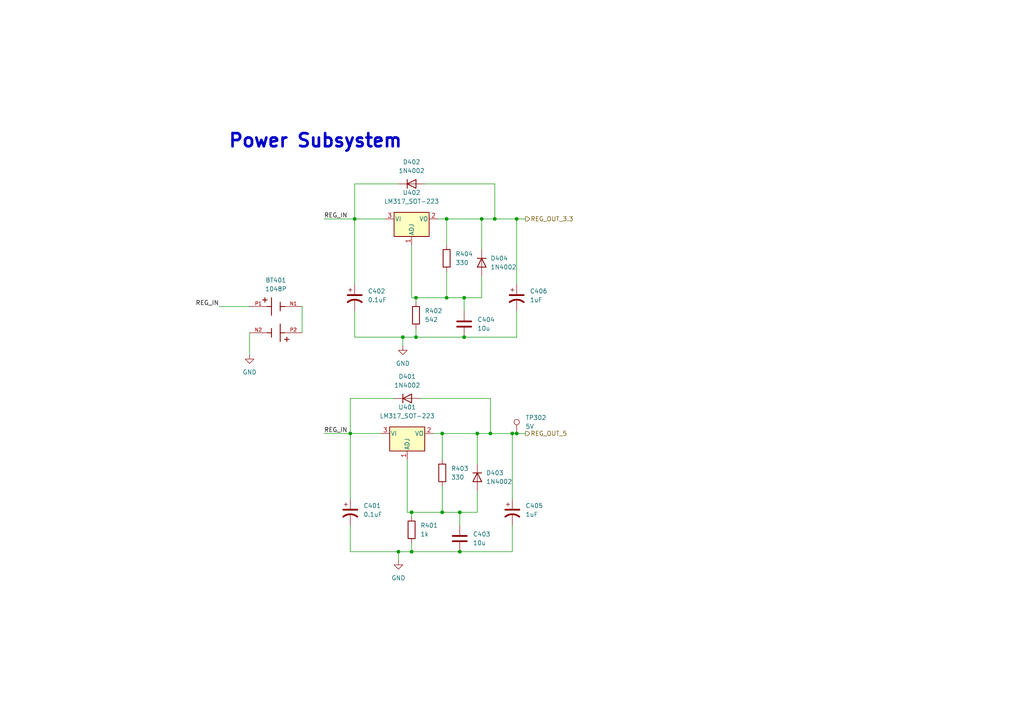
<source format=kicad_sch>
(kicad_sch (version 20250114) (generator "eeschema") (generator_version "9.0")
  (paper "A4")
  (lib_symbols
    (symbol "1048P:1048P" (pin_names (offset 1.016))
      (property "Reference" "BT" (at -3.81 6.35 0))
      (property "Value" "1048P" (at -3.81 -10.16 0))
      (symbol "1048P_0_0"
        (polyline (pts (xy -3.81 4.445) (xy -2.54 4.445)) (stroke (width 0.254)))
        (polyline (pts (xy -3.175 5.08) (xy -3.175 3.81)) (stroke (width 0.254)))
        (polyline (pts (xy -1.27 5.08) (xy -1.27 2.54)) (stroke (width 0.254)))
        (polyline (pts (xy -1.27 2.54) (xy -2.54 2.54)) (stroke (width 0.254)))
        (polyline (pts (xy -1.27 2.54) (xy -1.27 0)) (stroke (width 0.254)))
        (polyline (pts (xy -1.27 -5.08) (xy -2.54 -5.08)) (stroke (width 0.254)))
        (polyline (pts (xy -1.27 -5.08) (xy -1.27 -3.81)) (stroke (width 0.254)))
        (polyline (pts (xy -1.27 -6.35) (xy -1.27 -5.08)) (stroke (width 0.254)))
        (polyline (pts (xy 1.27 3.81) (xy 1.27 2.54)) (stroke (width 0.254)))
        (polyline (pts (xy 1.27 2.54) (xy 1.27 1.27)) (stroke (width 0.254)))
        (polyline (pts (xy 1.27 2.54) (xy 2.54 2.54)) (stroke (width 0.254)))
        (polyline (pts (xy 1.27 -5.08) (xy 1.27 -2.54)) (stroke (width 0.254)))
        (polyline (pts (xy 1.27 -5.08) (xy 2.54 -5.08)) (stroke (width 0.254)))
        (polyline (pts (xy 1.27 -7.62) (xy 1.27 -5.08)) (stroke (width 0.254)))
        (polyline (pts (xy 3.175 -7.62) (xy 3.175 -6.35)) (stroke (width 0.254)))
        (polyline (pts (xy 3.81 -6.985) (xy 2.54 -6.985)) (stroke (width 0.254)))
        (pin passive line (at -7.62 2.54 0) (length 5.08) (name "~") (number "P1"))
        (pin passive line (at -7.62 -5.08 0) (length 5.08) (name "~") (number "N2"))
        (pin passive line (at 7.62 2.54 180) (length 5.08) (name "~") (number "N1"))
        (pin passive line (at 7.62 -5.08 180) (length 5.08) (name "~") (number "P2"))
      )
    )
    (symbol "Connector:TestPoint" (pin_numbers (hide yes)) (pin_names (offset 0.762) (hide yes))
      (property "Reference" "TP" (at 0 6.858 0))
      (property "Value" "TestPoint" (at 0 5.08 0))
      (symbol "TestPoint_0_1"
        (circle (center 0 3.302) (radius 0.762))
      )
      (symbol "TestPoint_1_1"
        (pin passive line (at 0 0 90) (length 2.54) (name "1") (number "1"))
      )
    )
    (symbol "Device:C_Polarized_US" (pin_numbers (hide yes)) (pin_names (offset 0.254) (hide yes))
      (property "Reference" "C" (at 0.635 2.54 0))
      (property "Value" "C_Polarized_US" (at 0.635 -2.54 0))
      (symbol "C_Polarized_US_0_1"
        (polyline (pts (xy -2.032 0.762) (xy 2.032 0.762)) (stroke (width 0.508)))
        (polyline (pts (xy -1.778 2.286) (xy -0.762 2.286)))
        (polyline (pts (xy -1.27 1.778) (xy -1.27 2.794)))
        (arc (start -2.032 -1.27) (mid 0 -0.5572) (end 2.032 -1.27) (stroke (width 0.508)))
      )
      (symbol "C_Polarized_US_1_1"
        (pin passive line (at 0 3.81 270) (length 2.794) (name "~") (number "1"))
        (pin passive line (at 0 -3.81 90) (length 3.302) (name "~") (number "2"))
      )
    )
    (symbol "Device:R" (pin_numbers (hide yes)) (pin_names (offset 0))
      (property "Reference" "R" (at 2.032 0 90))
      (property "Value" "R" (at 0 0 90))
      (symbol "R_0_1"
        (rectangle (start -1.016 -2.54) (end 1.016 2.54) (stroke (width 0.254)))
      )
      (symbol "R_1_1"
        (pin passive line (at 0 3.81 270) (length 1.27) (name "~") (number "1"))
        (pin passive line (at 0 -3.81 90) (length 1.27) (name "~") (number "2"))
      )
    )
    (symbol "Diode:1N4002" (pin_numbers (hide yes)) (pin_names (offset 1.016) (hide yes))
      (property "Reference" "D" (at 0 2.54 0))
      (property "Value" "1N4002" (at 0 -2.54 0))
      (symbol "1N4002_0_1"
        (polyline (pts (xy -1.27 1.27) (xy -1.27 -1.27)) (stroke (width 0.254)))
        (polyline (pts (xy 1.27 1.27) (xy 1.27 -1.27) (xy -1.27 0) (xy 1.27 1.27)) (stroke (width 0.254)))
        (polyline (pts (xy 1.27 0) (xy -1.27 0)))
      )
      (symbol "1N4002_1_1"
        (pin passive line (at -3.81 0 0) (length 2.54) (name "K") (number "1"))
        (pin passive line (at 3.81 0 180) (length 2.54) (name "A") (number "2"))
      )
    )
    (symbol "Regulator_Linear:LM317_SOT-223" (pin_names (offset 0.254))
      (property "Reference" "U" (at -3.81 3.175 0))
      (property "Value" "LM317_SOT-223" (at 0 3.175 0))
      (symbol "LM317_SOT-223_0_1"
        (rectangle (start -5.08 1.905) (end 5.08 -5.08) (stroke (width 0.254)) (fill (type background)))
      )
      (symbol "LM317_SOT-223_1_1"
        (pin power_in line (at -7.62 0 0) (length 2.54) (name "VI") (number "3"))
        (pin input line (at 0 -7.62 90) (length 2.54) (name "ADJ") (number "1"))
        (pin power_out line (at 7.62 0 180) (length 2.54) (name "VO") (number "2"))
      )
    )
    (symbol "basic:C" (pin_numbers (hide yes)) (pin_names (offset 0.254))
      (property "Reference" "C" (at 0.635 2.54 0))
      (symbol "C_0_1"
        (polyline (pts (xy -2.032 0.762) (xy 2.032 0.762)) (stroke (width 0.508)))
        (polyline (pts (xy -2.032 -0.762) (xy 2.032 -0.762)) (stroke (width 0.508)))
      )
      (symbol "C_1_1"
        (pin passive line (at 0 3.81 270) (length 2.794) (name "~") (number "1"))
        (pin passive line (at 0 -3.81 90) (length 2.794) (name "~") (number "2"))
      )
    )
    (symbol "power:GND" (power) (pin_names (offset 0))
      (property "Value" "GND" (at 0 -3.81 0))
      (symbol "GND_0_1"
        (polyline (pts (xy 0 0) (xy 0 -1.27) (xy 1.27 -1.27) (xy 0 -2.54) (xy -1.27 -1.27) (xy 0 -1.27)))
      )
      (symbol "GND_1_1"
        (pin power_in line (at 0 0 270) (length 0) (hide yes) (name "GND") (number "1"))
      )
    )
  )
  (text "Power Subsystem\n" (at 66.04 43.18 0) (effects (font (size 3.81 3.81) (thickness 0.762) (bold yes)) (justify left bottom)))
  (junction (at 129.54 63.5))
  (junction (at 139.7 63.5))
  (junction (at 133.35 148.59))
  (junction (at 119.38 148.59))
  (junction (at 133.35 160.02))
  (junction (at 115.57 160.02))
  (junction (at 129.54 86.36))
  (junction (at 149.86 63.5))
  (junction (at 102.87 63.5))
  (junction (at 148.59 125.73))
  (junction (at 101.6 125.73))
  (junction (at 128.27 125.73))
  (junction (at 143.51 63.5))
  (junction (at 128.27 148.59))
  (junction (at 116.84 97.79))
  (junction (at 134.62 86.36))
  (junction (at 120.65 86.36))
  (junction (at 134.62 97.79))
  (junction (at 138.43 125.73))
  (junction (at 149.86 125.73))
  (junction (at 142.24 125.73))
  (junction (at 120.65 97.79))
  (junction (at 119.38 160.02))
  (wire (pts (xy 149.86 125.73) (xy 152.4 125.73)))
  (wire (pts (xy 102.87 90.17) (xy 102.87 97.79)))
  (wire (pts (xy 138.43 125.73) (xy 142.24 125.73)))
  (wire (pts (xy 143.51 53.34) (xy 143.51 63.5)))
  (wire (pts (xy 101.6 125.73) (xy 101.6 144.78)))
  (wire (pts (xy 119.38 148.59) (xy 119.38 149.86)))
  (wire (pts (xy 138.43 125.73) (xy 138.43 134.62)))
  (wire (pts (xy 148.59 125.73) (xy 149.86 125.73)))
  (wire (pts (xy 149.86 63.5) (xy 149.86 82.55)))
  (wire (pts (xy 133.35 148.59) (xy 133.35 152.4)))
  (wire (pts (xy 129.54 63.5) (xy 139.7 63.5)))
  (wire (pts (xy 119.38 148.59) (xy 128.27 148.59)))
  (wire (pts (xy 120.65 95.25) (xy 120.65 97.79)))
  (wire (pts (xy 72.39 96.52) (xy 72.39 102.87)))
  (wire (pts (xy 116.84 97.79) (xy 116.84 100.33)))
  (wire (pts (xy 139.7 63.5) (xy 143.51 63.5)))
  (wire (pts (xy 101.6 115.57) (xy 101.6 125.73)))
  (wire (pts (xy 115.57 53.34) (xy 102.87 53.34)))
  (wire (pts (xy 118.11 148.59) (xy 119.38 148.59)))
  (wire (pts (xy 149.86 90.17) (xy 149.86 97.79)))
  (wire (pts (xy 134.62 86.36) (xy 134.62 90.17)))
  (wire (pts (xy 101.6 152.4) (xy 101.6 160.02)))
  (wire (pts (xy 148.59 125.73) (xy 148.59 144.78)))
  (wire (pts (xy 149.86 63.5) (xy 152.4 63.5)))
  (wire (pts (xy 121.92 115.57) (xy 142.24 115.57)))
  (wire (pts (xy 127 63.5) (xy 129.54 63.5)))
  (wire (pts (xy 120.65 97.79) (xy 134.62 97.79)))
  (wire (pts (xy 115.57 160.02) (xy 119.38 160.02)))
  (wire (pts (xy 142.24 125.73) (xy 148.59 125.73)))
  (wire (pts (xy 120.65 86.36) (xy 129.54 86.36)))
  (wire (pts (xy 63.5 88.9) (xy 72.39 88.9)))
  (wire (pts (xy 93.98 125.73) (xy 101.6 125.73)))
  (wire (pts (xy 101.6 160.02) (xy 115.57 160.02)))
  (wire (pts (xy 128.27 148.59) (xy 133.35 148.59)))
  (wire (pts (xy 87.63 88.9) (xy 87.63 96.52)))
  (wire (pts (xy 114.3 115.57) (xy 101.6 115.57)))
  (wire (pts (xy 116.84 97.79) (xy 120.65 97.79)))
  (wire (pts (xy 102.87 53.34) (xy 102.87 63.5)))
  (wire (pts (xy 129.54 63.5) (xy 129.54 71.12)))
  (wire (pts (xy 120.65 86.36) (xy 120.65 87.63)))
  (wire (pts (xy 128.27 125.73) (xy 138.43 125.73)))
  (wire (pts (xy 134.62 97.79) (xy 149.86 97.79)))
  (wire (pts (xy 128.27 140.97) (xy 128.27 148.59)))
  (wire (pts (xy 139.7 63.5) (xy 139.7 72.39)))
  (wire (pts (xy 142.24 115.57) (xy 142.24 125.73)))
  (wire (pts (xy 101.6 125.73) (xy 110.49 125.73)))
  (wire (pts (xy 102.87 97.79) (xy 116.84 97.79)))
  (wire (pts (xy 119.38 71.12) (xy 119.38 86.36)))
  (wire (pts (xy 102.87 63.5) (xy 111.76 63.5)))
  (wire (pts (xy 143.51 63.5) (xy 149.86 63.5)))
  (wire (pts (xy 128.27 125.73) (xy 128.27 133.35)))
  (wire (pts (xy 129.54 86.36) (xy 134.62 86.36)))
  (wire (pts (xy 125.73 125.73) (xy 128.27 125.73)))
  (wire (pts (xy 115.57 160.02) (xy 115.57 162.56)))
  (wire (pts (xy 119.38 86.36) (xy 120.65 86.36)))
  (wire (pts (xy 129.54 78.74) (xy 129.54 86.36)))
  (wire (pts (xy 148.59 152.4) (xy 148.59 160.02)))
  (wire (pts (xy 93.98 63.5) (xy 102.87 63.5)))
  (wire (pts (xy 123.19 53.34) (xy 143.51 53.34)))
  (wire (pts (xy 118.11 133.35) (xy 118.11 148.59)))
  (wire (pts (xy 138.43 142.24) (xy 138.43 148.59)))
  (wire (pts (xy 119.38 160.02) (xy 133.35 160.02)))
  (wire (pts (xy 119.38 157.48) (xy 119.38 160.02)))
  (wire (pts (xy 102.87 63.5) (xy 102.87 82.55)))
  (wire (pts (xy 139.7 86.36) (xy 134.62 86.36)))
  (wire (pts (xy 139.7 80.01) (xy 139.7 86.36)))
  (wire (pts (xy 138.43 148.59) (xy 133.35 148.59)))
  (wire (pts (xy 133.35 160.02) (xy 148.59 160.02)))
  (label "REG_IN" (at 63.5 88.9 180))
  (label "REG_IN" (at 93.98 63.5 0))
  (label "REG_IN" (at 93.98 125.73 0))
  (hierarchical_label "REG_OUT_5" (shape output) (at 152.4 125.73 0))
  (hierarchical_label "REG_OUT_3.3" (shape output) (at 152.4 63.5 0))
  (symbol (lib_id "Device:R") (at 119.38 153.67 0) (unit 1)
    (property "Reference" "R401" (at 121.92 152.3999 0) (effects (justify left)))
    (property "Value" "1k" (at 121.92 154.9399 0) (effects (justify left)))
    (property "Footprint" "Resistor_SMD:R_0805_2012Metric_Pad1.20x1.40mm_HandSolder" (effects (hide yes)))
  )
  (symbol (lib_id "1048P:1048P") (at 80.01 91.44 0) (unit 1)
    (property "Reference" "BT401" (at 80.01 81.28 0))
    (property "Value" "1048P" (at 80.01 83.82 0))
    (property "Footprint" "1048P(16850 Dual Bat Holder:BAT_1048P" (effects (hide yes)))
    (property "PARTREV" "A" (effects (hide yes)))
    (property "SNAPEDA_PN" "1048P" (effects (hide yes)))
    (property "MANUFACTURER" "Keystone" (effects (hide yes)))
    (property "MAXIMUM_PACKAGE_HEIGHT" "14.85mm" (effects (hide yes)))
    (property "STANDARD" "Manufacturer Recommendations" (effects (hide yes)))
  )
  (symbol (lib_id "Diode:1N4002") (at 119.38 53.34 0) (unit 1)
    (property "Reference" "D402" (at 119.38 46.99 0))
    (property "Value" "1N4002" (at 119.38 49.53 0))
    (property "Footprint" "Diode_THT:D_DO-41_SOD81_P10.16mm_Horizontal" (effects (hide yes)))
    (property "Datasheet" "http://www.vishay.com/docs/88503/1n4001.pdf" (effects (hide yes)))
  )
  (symbol (lib_id "Device:C_Polarized_US") (at 149.86 86.36 0) (unit 1)
    (property "Reference" "C406" (at 153.67 84.4549 0) (effects (justify left)))
    (property "Value" "1uF" (at 153.67 86.9949 0) (effects (justify left)))
    (property "Footprint" "Capacitor_SMD:C_0603_1608Metric_Pad1.08x0.95mm_HandSolder" (effects (hide yes)))
  )
  (symbol (lib_id "Device:C_Polarized_US") (at 101.6 148.59 0) (unit 1)
    (property "Reference" "C401" (at 105.41 146.6849 0) (effects (justify left)))
    (property "Value" "0.1uF" (at 105.41 149.2249 0) (effects (justify left)))
    (property "Footprint" "Capacitor_SMD:C_0603_1608Metric_Pad1.08x0.95mm_HandSolder" (effects (hide yes)))
  )
  (symbol (lib_id "Regulator_Linear:LM317_SOT-223") (at 118.11 125.73 0) (unit 1)
    (property "Reference" "U401" (at 118.11 118.11 0))
    (property "Value" "LM317_SOT-223" (at 118.11 120.65 0))
    (property "Footprint" "Package_TO_SOT_SMD:SOT-223-3_TabPin2" (effects (hide yes)))
    (property "Datasheet" "http://www.ti.com/lit/ds/symlink/lm317.pdf" (effects (hide yes)))
  )
  (symbol (lib_id "Diode:1N4002") (at 118.11 115.57 0) (unit 1)
    (property "Reference" "D401" (at 118.11 109.22 0))
    (property "Value" "1N4002" (at 118.11 111.76 0))
    (property "Footprint" "Diode_THT:D_DO-41_SOD81_P10.16mm_Horizontal" (effects (hide yes)))
    (property "Datasheet" "http://www.vishay.com/docs/88503/1n4001.pdf" (effects (hide yes)))
  )
  (symbol (lib_id "Diode:1N4002") (at 138.43 138.43 270) (unit 1)
    (property "Reference" "D403" (at 140.97 137.1599 90) (effects (justify left)))
    (property "Value" "1N4002" (at 140.97 139.6999 90) (effects (justify left)))
    (property "Footprint" "Diode_THT:D_DO-41_SOD81_P10.16mm_Horizontal" (effects (hide yes)))
    (property "Datasheet" "http://www.vishay.com/docs/88503/1n4001.pdf" (effects (hide yes)))
  )
  (symbol (lib_id "power:GND") (at 115.57 162.56 0) (unit 1)
    (property "Reference" "#PWR0130" (effects (hide yes)))
    (property "Value" "GND" (at 115.57 167.64 0))
  )
  (symbol (lib_id "Device:R") (at 129.54 74.93 0) (unit 1)
    (property "Reference" "R404" (at 132.08 73.6599 0) (effects (justify left)))
    (property "Value" "330" (at 132.08 76.1999 0) (effects (justify left)))
    (property "Footprint" "Resistor_SMD:R_0805_2012Metric_Pad1.20x1.40mm_HandSolder" (effects (hide yes)))
  )
  (symbol (lib_id "Device:C_Polarized_US") (at 102.87 86.36 0) (unit 1)
    (property "Reference" "C402" (at 106.68 84.4549 0) (effects (justify left)))
    (property "Value" "0.1uF" (at 106.68 86.9949 0) (effects (justify left)))
    (property "Footprint" "Capacitor_SMD:C_0603_1608Metric_Pad1.08x0.95mm_HandSolder" (effects (hide yes)))
  )
  (symbol (lib_id "Regulator_Linear:LM317_SOT-223") (at 119.38 63.5 0) (unit 1)
    (property "Reference" "U402" (at 119.38 55.88 0))
    (property "Value" "LM317_SOT-223" (at 119.38 58.42 0))
    (property "Footprint" "Package_TO_SOT_SMD:SOT-223-3_TabPin2" (effects (hide yes)))
    (property "Datasheet" "http://www.ti.com/lit/ds/symlink/lm317.pdf" (effects (hide yes)))
  )
  (symbol (lib_id "Connector:TestPoint") (at 149.86 125.73 0) (unit 1)
    (property "Reference" "TP302" (at 152.4 121.1579 0) (effects (justify left)))
    (property "Value" "5V" (at 152.4 123.6979 0) (effects (justify left)))
    (property "Footprint" "TestPoint:TestPoint_Keystone_5000-5004_Miniature" (effects (hide yes)))
  )
  (symbol (lib_id "Device:R") (at 128.27 137.16 0) (unit 1)
    (property "Reference" "R403" (at 130.81 135.8899 0) (effects (justify left)))
    (property "Value" "330" (at 130.81 138.4299 0) (effects (justify left)))
    (property "Footprint" "Resistor_SMD:R_0805_2012Metric_Pad1.20x1.40mm_HandSolder" (effects (hide yes)))
  )
  (symbol (lib_id "Diode:1N4002") (at 139.7 76.2 270) (unit 1)
    (property "Reference" "D404" (at 142.24 74.9299 90) (effects (justify left)))
    (property "Value" "1N4002" (at 142.24 77.4699 90) (effects (justify left)))
    (property "Footprint" "Diode_THT:D_DO-41_SOD81_P10.16mm_Horizontal" (effects (hide yes)))
    (property "Datasheet" "http://www.vishay.com/docs/88503/1n4001.pdf" (effects (hide yes)))
  )
  (symbol (lib_id "basic:C") (at 133.35 156.21 0) (unit 1)
    (property "Reference" "C403" (at 137.16 154.9399 0) (effects (justify left)))
    (property "Value" "10u" (at 137.16 157.4799 0) (effects (justify left)))
    (property "Footprint" "Capacitor_SMD:C_0603_1608Metric_Pad1.08x0.95mm_HandSolder" (effects (hide yes)))
  )
  (symbol (lib_id "Device:R") (at 120.65 91.44 0) (unit 1)
    (property "Reference" "R402" (at 123.19 90.1699 0) (effects (justify left)))
    (property "Value" "542" (at 123.19 92.7099 0) (effects (justify left)))
    (property "Footprint" "Resistor_SMD:R_0805_2012Metric_Pad1.20x1.40mm_HandSolder" (effects (hide yes)))
  )
  (symbol (lib_id "power:GND") (at 72.39 102.87 0) (unit 1)
    (property "Reference" "#PWR0132" (effects (hide yes)))
    (property "Value" "GND" (at 72.39 107.95 0))
  )
  (symbol (lib_id "basic:C") (at 134.62 93.98 0) (unit 1)
    (property "Reference" "C404" (at 138.43 92.7099 0) (effects (justify left)))
    (property "Value" "10u" (at 138.43 95.2499 0) (effects (justify left)))
    (property "Footprint" "Capacitor_SMD:C_0603_1608Metric_Pad1.08x0.95mm_HandSolder" (effects (hide yes)))
  )
  (symbol (lib_id "Device:C_Polarized_US") (at 148.59 148.59 0) (unit 1)
    (property "Reference" "C405" (at 152.4 146.6849 0) (effects (justify left)))
    (property "Value" "1uF" (at 152.4 149.2249 0) (effects (justify left)))
    (property "Footprint" "Capacitor_SMD:C_0603_1608Metric_Pad1.08x0.95mm_HandSolder" (effects (hide yes)))
  )
  (symbol (lib_id "power:GND") (at 116.84 100.33 0) (unit 1)
    (property "Reference" "#PWR0131" (effects (hide yes)))
    (property "Value" "GND" (at 116.84 105.41 0))
  )
)
</source>
